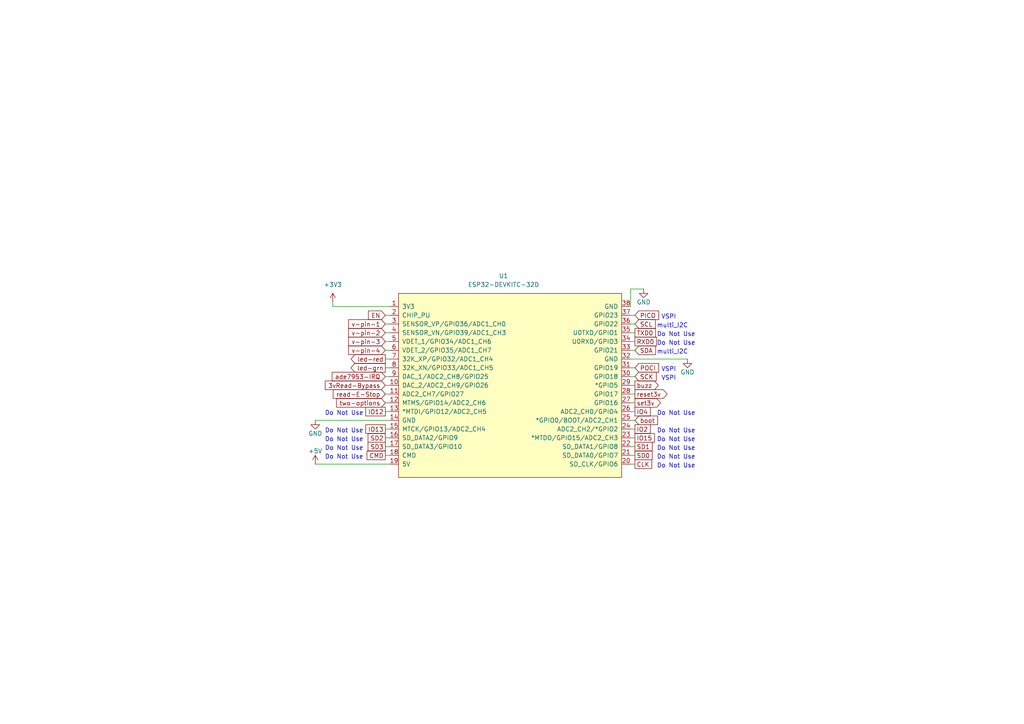
<source format=kicad_sch>
(kicad_sch (version 20211123) (generator eeschema)

  (uuid f1e686b3-9d9f-4da0-b070-eb70b995372e)

  (paper "A4")

  (lib_symbols
    (symbol "espressif:ESP32-DevKitC" (pin_names (offset 1.016)) (in_bom yes) (on_board yes)
      (property "Reference" "U1" (id 0) (at 0 30.48 0)
        (effects (font (size 1.27 1.27)))
      )
      (property "Value" "ESP32-DEVKITC-32D" (id 1) (at 0 27.94 0)
        (effects (font (size 1.27 1.27)))
      )
      (property "Footprint" "Espressif:ESP32-DevKitC" (id 2) (at 0 -31.75 0)
        (effects (font (size 1.27 1.27)) hide)
      )
      (property "Datasheet" "https://docs.espressif.com/projects/esp-idf/zh_CN/latest/esp32/hw-reference/esp32/get-started-devkitc.html" (id 3) (at 0 -34.29 0)
        (effects (font (size 1.27 1.27)) hide)
      )
      (property "PARTREV" "4" (id 4) (at 0 0 0)
        (effects (font (size 1.27 1.27)) (justify left bottom) hide)
      )
      (property "MANUFACTURER" "Espressif Systems" (id 5) (at 0 0 0)
        (effects (font (size 1.27 1.27)) (justify left bottom) hide)
      )
      (property "ki_keywords" "ESP32" (id 6) (at 0 0 0)
        (effects (font (size 1.27 1.27)) hide)
      )
      (property "ki_description" "Development Kit" (id 7) (at 0 0 0)
        (effects (font (size 1.27 1.27)) hide)
      )
      (symbol "ESP32-DevKitC_0_0"
        (pin power_in line (at -33.02 -11.43 0) (length 2.54)
          (name "GND" (effects (font (size 1.27 1.27))))
          (number "14" (effects (font (size 1.27 1.27))))
        )
        (pin power_in line (at -33.02 -24.13 0) (length 2.54)
          (name "5V" (effects (font (size 1.27 1.27))))
          (number "19" (effects (font (size 1.27 1.27))))
        )
      )
      (symbol "ESP32-DevKitC_0_1"
        (rectangle (start -30.48 25.4) (end 34.29 -27.94)
          (stroke (width 0) (type default) (color 0 0 0 0))
          (fill (type background))
        )
      )
      (symbol "ESP32-DevKitC_1_1"
        (pin power_in line (at -33.02 21.59 0) (length 2.54)
          (name "3V3" (effects (font (size 1.27 1.27))))
          (number "1" (effects (font (size 1.27 1.27))))
        )
        (pin bidirectional line (at -33.02 -1.27 0) (length 2.54)
          (name "DAC_2/ADC2_CH9/GPIO26" (effects (font (size 1.27 1.27))))
          (number "10" (effects (font (size 1.27 1.27))))
        )
        (pin bidirectional line (at -33.02 -3.81 0) (length 2.54)
          (name "ADC2_CH7/GPIO27" (effects (font (size 1.27 1.27))))
          (number "11" (effects (font (size 1.27 1.27))))
        )
        (pin bidirectional line (at -33.02 -6.35 0) (length 2.54)
          (name "MTMS/GPIO14/ADC2_CH6" (effects (font (size 1.27 1.27))))
          (number "12" (effects (font (size 1.27 1.27))))
        )
        (pin bidirectional line (at -33.02 -8.89 0) (length 2.54)
          (name "*MTDI/GPIO12/ADC2_CH5" (effects (font (size 1.27 1.27))))
          (number "13" (effects (font (size 1.27 1.27))))
        )
        (pin bidirectional line (at -33.02 -13.97 0) (length 2.54)
          (name "MTCK/GPIO13/ADC2_CH4" (effects (font (size 1.27 1.27))))
          (number "15" (effects (font (size 1.27 1.27))))
        )
        (pin bidirectional line (at -33.02 -16.51 0) (length 2.54)
          (name "SD_DATA2/GPIO9" (effects (font (size 1.27 1.27))))
          (number "16" (effects (font (size 1.27 1.27))))
        )
        (pin bidirectional line (at -33.02 -19.05 0) (length 2.54)
          (name "SD_DATA3/GPIO10" (effects (font (size 1.27 1.27))))
          (number "17" (effects (font (size 1.27 1.27))))
        )
        (pin bidirectional line (at -33.02 -21.59 0) (length 2.54)
          (name "CMD" (effects (font (size 1.27 1.27))))
          (number "18" (effects (font (size 1.27 1.27))))
        )
        (pin input line (at -33.02 19.05 0) (length 2.54)
          (name "CHIP_PU" (effects (font (size 1.27 1.27))))
          (number "2" (effects (font (size 1.27 1.27))))
        )
        (pin bidirectional line (at 36.83 -24.13 180) (length 2.54)
          (name "SD_CLK/GPIO6" (effects (font (size 1.27 1.27))))
          (number "20" (effects (font (size 1.27 1.27))))
        )
        (pin bidirectional line (at 36.83 -21.59 180) (length 2.54)
          (name "SD_DATA0/GPIO7" (effects (font (size 1.27 1.27))))
          (number "21" (effects (font (size 1.27 1.27))))
        )
        (pin bidirectional line (at 36.83 -19.05 180) (length 2.54)
          (name "SD_DATA1/GPIO8" (effects (font (size 1.27 1.27))))
          (number "22" (effects (font (size 1.27 1.27))))
        )
        (pin bidirectional line (at 36.83 -16.51 180) (length 2.54)
          (name "*MTDO/GPIO15/ADC2_CH3" (effects (font (size 1.27 1.27))))
          (number "23" (effects (font (size 1.27 1.27))))
        )
        (pin bidirectional line (at 36.83 -13.97 180) (length 2.54)
          (name "ADC2_CH2/*GPIO2" (effects (font (size 1.27 1.27))))
          (number "24" (effects (font (size 1.27 1.27))))
        )
        (pin bidirectional line (at 36.83 -11.43 180) (length 2.54)
          (name "*GPIO0/BOOT/ADC2_CH1" (effects (font (size 1.27 1.27))))
          (number "25" (effects (font (size 1.27 1.27))))
        )
        (pin bidirectional line (at 36.83 -8.89 180) (length 2.54)
          (name "ADC2_CH0/GPIO4" (effects (font (size 1.27 1.27))))
          (number "26" (effects (font (size 1.27 1.27))))
        )
        (pin bidirectional line (at 36.83 -6.35 180) (length 2.54)
          (name "GPIO16" (effects (font (size 1.27 1.27))))
          (number "27" (effects (font (size 1.27 1.27))))
        )
        (pin bidirectional line (at 36.83 -3.81 180) (length 2.54)
          (name "GPIO17" (effects (font (size 1.27 1.27))))
          (number "28" (effects (font (size 1.27 1.27))))
        )
        (pin bidirectional line (at 36.83 -1.27 180) (length 2.54)
          (name "*GPIO5" (effects (font (size 1.27 1.27))))
          (number "29" (effects (font (size 1.27 1.27))))
        )
        (pin input line (at -33.02 16.51 0) (length 2.54)
          (name "SENSOR_VP/GPIO36/ADC1_CH0" (effects (font (size 1.27 1.27))))
          (number "3" (effects (font (size 1.27 1.27))))
        )
        (pin bidirectional line (at 36.83 1.27 180) (length 2.54)
          (name "GPIO18" (effects (font (size 1.27 1.27))))
          (number "30" (effects (font (size 1.27 1.27))))
        )
        (pin bidirectional line (at 36.83 3.81 180) (length 2.54)
          (name "GPIO19" (effects (font (size 1.27 1.27))))
          (number "31" (effects (font (size 1.27 1.27))))
        )
        (pin power_in line (at 36.83 6.35 180) (length 2.54)
          (name "GND" (effects (font (size 1.27 1.27))))
          (number "32" (effects (font (size 1.27 1.27))))
        )
        (pin bidirectional line (at 36.83 8.89 180) (length 2.54)
          (name "GPIO21" (effects (font (size 1.27 1.27))))
          (number "33" (effects (font (size 1.27 1.27))))
        )
        (pin bidirectional line (at 36.83 11.43 180) (length 2.54)
          (name "U0RXD/GPIO3" (effects (font (size 1.27 1.27))))
          (number "34" (effects (font (size 1.27 1.27))))
        )
        (pin bidirectional line (at 36.83 13.97 180) (length 2.54)
          (name "U0TXD/GPIO1" (effects (font (size 1.27 1.27))))
          (number "35" (effects (font (size 1.27 1.27))))
        )
        (pin bidirectional line (at 36.83 16.51 180) (length 2.54)
          (name "GPIO22" (effects (font (size 1.27 1.27))))
          (number "36" (effects (font (size 1.27 1.27))))
        )
        (pin bidirectional line (at 36.83 19.05 180) (length 2.54)
          (name "GPIO23" (effects (font (size 1.27 1.27))))
          (number "37" (effects (font (size 1.27 1.27))))
        )
        (pin power_in line (at 36.83 21.59 180) (length 2.54)
          (name "GND" (effects (font (size 1.27 1.27))))
          (number "38" (effects (font (size 1.27 1.27))))
        )
        (pin input line (at -33.02 13.97 0) (length 2.54)
          (name "SENSOR_VN/GPIO39/ADC1_CH3" (effects (font (size 1.27 1.27))))
          (number "4" (effects (font (size 1.27 1.27))))
        )
        (pin input line (at -33.02 11.43 0) (length 2.54)
          (name "VDET_1/GPIO34/ADC1_CH6" (effects (font (size 1.27 1.27))))
          (number "5" (effects (font (size 1.27 1.27))))
        )
        (pin input line (at -33.02 8.89 0) (length 2.54)
          (name "VDET_2/GPIO35/ADC1_CH7" (effects (font (size 1.27 1.27))))
          (number "6" (effects (font (size 1.27 1.27))))
        )
        (pin bidirectional line (at -33.02 6.35 0) (length 2.54)
          (name "32K_XP/GPIO32/ADC1_CH4" (effects (font (size 1.27 1.27))))
          (number "7" (effects (font (size 1.27 1.27))))
        )
        (pin bidirectional line (at -33.02 3.81 0) (length 2.54)
          (name "32K_XN/GPIO33/ADC1_CH5" (effects (font (size 1.27 1.27))))
          (number "8" (effects (font (size 1.27 1.27))))
        )
        (pin bidirectional line (at -33.02 1.27 0) (length 2.54)
          (name "DAC_1/ADC2_CH8/GPIO25" (effects (font (size 1.27 1.27))))
          (number "9" (effects (font (size 1.27 1.27))))
        )
      )
    )
    (symbol "power:+3V3" (power) (pin_names (offset 0)) (in_bom yes) (on_board yes)
      (property "Reference" "#PWR" (id 0) (at 0 -3.81 0)
        (effects (font (size 1.27 1.27)) hide)
      )
      (property "Value" "+3V3" (id 1) (at 0 3.556 0)
        (effects (font (size 1.27 1.27)))
      )
      (property "Footprint" "" (id 2) (at 0 0 0)
        (effects (font (size 1.27 1.27)) hide)
      )
      (property "Datasheet" "" (id 3) (at 0 0 0)
        (effects (font (size 1.27 1.27)) hide)
      )
      (property "ki_keywords" "power-flag" (id 4) (at 0 0 0)
        (effects (font (size 1.27 1.27)) hide)
      )
      (property "ki_description" "Power symbol creates a global label with name \"+3V3\"" (id 5) (at 0 0 0)
        (effects (font (size 1.27 1.27)) hide)
      )
      (symbol "+3V3_0_1"
        (polyline
          (pts
            (xy -0.762 1.27)
            (xy 0 2.54)
          )
          (stroke (width 0) (type default) (color 0 0 0 0))
          (fill (type none))
        )
        (polyline
          (pts
            (xy 0 0)
            (xy 0 2.54)
          )
          (stroke (width 0) (type default) (color 0 0 0 0))
          (fill (type none))
        )
        (polyline
          (pts
            (xy 0 2.54)
            (xy 0.762 1.27)
          )
          (stroke (width 0) (type default) (color 0 0 0 0))
          (fill (type none))
        )
      )
      (symbol "+3V3_1_1"
        (pin power_in line (at 0 0 90) (length 0) hide
          (name "+3V3" (effects (font (size 1.27 1.27))))
          (number "1" (effects (font (size 1.27 1.27))))
        )
      )
    )
    (symbol "power:+5V" (power) (pin_names (offset 0)) (in_bom yes) (on_board yes)
      (property "Reference" "#PWR" (id 0) (at 0 -3.81 0)
        (effects (font (size 1.27 1.27)) hide)
      )
      (property "Value" "+5V" (id 1) (at 0 3.556 0)
        (effects (font (size 1.27 1.27)))
      )
      (property "Footprint" "" (id 2) (at 0 0 0)
        (effects (font (size 1.27 1.27)) hide)
      )
      (property "Datasheet" "" (id 3) (at 0 0 0)
        (effects (font (size 1.27 1.27)) hide)
      )
      (property "ki_keywords" "power-flag" (id 4) (at 0 0 0)
        (effects (font (size 1.27 1.27)) hide)
      )
      (property "ki_description" "Power symbol creates a global label with name \"+5V\"" (id 5) (at 0 0 0)
        (effects (font (size 1.27 1.27)) hide)
      )
      (symbol "+5V_0_1"
        (polyline
          (pts
            (xy -0.762 1.27)
            (xy 0 2.54)
          )
          (stroke (width 0) (type default) (color 0 0 0 0))
          (fill (type none))
        )
        (polyline
          (pts
            (xy 0 0)
            (xy 0 2.54)
          )
          (stroke (width 0) (type default) (color 0 0 0 0))
          (fill (type none))
        )
        (polyline
          (pts
            (xy 0 2.54)
            (xy 0.762 1.27)
          )
          (stroke (width 0) (type default) (color 0 0 0 0))
          (fill (type none))
        )
      )
      (symbol "+5V_1_1"
        (pin power_in line (at 0 0 90) (length 0) hide
          (name "+5V" (effects (font (size 1.27 1.27))))
          (number "1" (effects (font (size 1.27 1.27))))
        )
      )
    )
    (symbol "power:GND" (power) (pin_names (offset 0)) (in_bom yes) (on_board yes)
      (property "Reference" "#PWR" (id 0) (at 0 -6.35 0)
        (effects (font (size 1.27 1.27)) hide)
      )
      (property "Value" "GND" (id 1) (at 0 -3.81 0)
        (effects (font (size 1.27 1.27)))
      )
      (property "Footprint" "" (id 2) (at 0 0 0)
        (effects (font (size 1.27 1.27)) hide)
      )
      (property "Datasheet" "" (id 3) (at 0 0 0)
        (effects (font (size 1.27 1.27)) hide)
      )
      (property "ki_keywords" "power-flag" (id 4) (at 0 0 0)
        (effects (font (size 1.27 1.27)) hide)
      )
      (property "ki_description" "Power symbol creates a global label with name \"GND\" , ground" (id 5) (at 0 0 0)
        (effects (font (size 1.27 1.27)) hide)
      )
      (symbol "GND_0_1"
        (polyline
          (pts
            (xy 0 0)
            (xy 0 -1.27)
            (xy 1.27 -1.27)
            (xy 0 -2.54)
            (xy -1.27 -1.27)
            (xy 0 -1.27)
          )
          (stroke (width 0) (type default) (color 0 0 0 0))
          (fill (type none))
        )
      )
      (symbol "GND_1_1"
        (pin power_in line (at 0 0 270) (length 0) hide
          (name "GND" (effects (font (size 1.27 1.27))))
          (number "1" (effects (font (size 1.27 1.27))))
        )
      )
    )
  )


  (wire (pts (xy 96.52 88.9) (xy 96.52 87.63))
    (stroke (width 0) (type default) (color 0 0 0 0))
    (uuid 07c3d773-a0ad-4190-a438-919ca9ddfb5d)
  )
  (wire (pts (xy 111.76 93.98) (xy 113.03 93.98))
    (stroke (width 0) (type default) (color 0 0 0 0))
    (uuid 0bbc5ce1-cc33-49e5-b961-f35f36b24fdb)
  )
  (wire (pts (xy 111.76 119.38) (xy 113.03 119.38))
    (stroke (width 0) (type default) (color 0 0 0 0))
    (uuid 0f1bcbc6-d8b8-441d-89ff-9869efaea6a8)
  )
  (wire (pts (xy 111.76 109.22) (xy 113.03 109.22))
    (stroke (width 0) (type default) (color 0 0 0 0))
    (uuid 1429d0e1-4fbf-43a5-b302-fdda8ca06ac6)
  )
  (wire (pts (xy 182.88 114.3) (xy 184.15 114.3))
    (stroke (width 0) (type default) (color 0 0 0 0))
    (uuid 15b51aeb-1de3-4c09-b2b5-53dd0c6cbe74)
  )
  (wire (pts (xy 182.88 111.76) (xy 184.15 111.76))
    (stroke (width 0) (type default) (color 0 0 0 0))
    (uuid 195c06c8-25d7-4d59-b66d-3f62a619e1a0)
  )
  (wire (pts (xy 182.88 121.92) (xy 184.15 121.92))
    (stroke (width 0) (type default) (color 0 0 0 0))
    (uuid 220a9bc7-558e-45f2-b968-5d16de6f8b2f)
  )
  (wire (pts (xy 182.88 127) (xy 184.15 127))
    (stroke (width 0) (type default) (color 0 0 0 0))
    (uuid 2a330601-d45b-4b40-a3e1-a77c1650d262)
  )
  (wire (pts (xy 111.76 96.52) (xy 113.03 96.52))
    (stroke (width 0) (type default) (color 0 0 0 0))
    (uuid 2c77136f-2ea5-4bf2-b926-a6eb38b2962d)
  )
  (wire (pts (xy 182.88 101.6) (xy 184.15 101.6))
    (stroke (width 0) (type default) (color 0 0 0 0))
    (uuid 336b0c69-073f-488d-825e-0a4b3c118090)
  )
  (wire (pts (xy 182.88 93.98) (xy 184.15 93.98))
    (stroke (width 0) (type default) (color 0 0 0 0))
    (uuid 38fff87f-8ba4-48c0-89c7-077e95a41fdb)
  )
  (wire (pts (xy 111.76 129.54) (xy 113.03 129.54))
    (stroke (width 0) (type default) (color 0 0 0 0))
    (uuid 4d51566c-6d5a-484f-a768-3b5f3e82088b)
  )
  (wire (pts (xy 111.76 132.08) (xy 113.03 132.08))
    (stroke (width 0) (type default) (color 0 0 0 0))
    (uuid 54e35cf6-00f1-49fc-9c77-e1293530b4a9)
  )
  (wire (pts (xy 111.76 101.6) (xy 113.03 101.6))
    (stroke (width 0) (type default) (color 0 0 0 0))
    (uuid 6f4fedb7-6445-4c00-a79f-e45672549891)
  )
  (wire (pts (xy 186.69 83.82) (xy 182.88 83.82))
    (stroke (width 0) (type default) (color 0 0 0 0))
    (uuid 7b79b4f9-960d-4132-be86-91c26829c8e4)
  )
  (wire (pts (xy 182.88 106.68) (xy 184.15 106.68))
    (stroke (width 0) (type default) (color 0 0 0 0))
    (uuid 88fd8928-2209-4c73-9ca3-5f503b721afe)
  )
  (wire (pts (xy 182.88 124.46) (xy 184.15 124.46))
    (stroke (width 0) (type default) (color 0 0 0 0))
    (uuid 8bab97eb-b2cf-4049-8f4b-84b82b094e49)
  )
  (wire (pts (xy 111.76 127) (xy 113.03 127))
    (stroke (width 0) (type default) (color 0 0 0 0))
    (uuid 8e206de6-2715-4b82-a5a2-20971534424b)
  )
  (wire (pts (xy 182.88 119.38) (xy 184.15 119.38))
    (stroke (width 0) (type default) (color 0 0 0 0))
    (uuid 991f459a-246c-4242-8fba-7147be3b352b)
  )
  (wire (pts (xy 111.76 114.3) (xy 113.03 114.3))
    (stroke (width 0) (type default) (color 0 0 0 0))
    (uuid a564a0d0-7e63-406f-9a7e-357d03060872)
  )
  (wire (pts (xy 182.88 116.84) (xy 184.15 116.84))
    (stroke (width 0) (type default) (color 0 0 0 0))
    (uuid ad8f3912-36dc-4ee4-811d-1159cc1777a9)
  )
  (wire (pts (xy 91.44 121.92) (xy 113.03 121.92))
    (stroke (width 0) (type default) (color 0 0 0 0))
    (uuid b46937d8-4a7a-4918-8988-9de198236f2d)
  )
  (wire (pts (xy 111.76 111.76) (xy 113.03 111.76))
    (stroke (width 0) (type default) (color 0 0 0 0))
    (uuid b57d9d58-fb79-457d-a169-28dc0150185a)
  )
  (wire (pts (xy 111.76 106.68) (xy 113.03 106.68))
    (stroke (width 0) (type default) (color 0 0 0 0))
    (uuid ba6863ff-5e69-45a5-8e39-669070ee5fa4)
  )
  (wire (pts (xy 182.88 91.44) (xy 184.15 91.44))
    (stroke (width 0) (type default) (color 0 0 0 0))
    (uuid bb9bdcba-72e0-4437-a02d-3be715e07704)
  )
  (wire (pts (xy 111.76 91.44) (xy 113.03 91.44))
    (stroke (width 0) (type default) (color 0 0 0 0))
    (uuid be33201b-be71-441c-b173-5a2dc4bd3f2c)
  )
  (wire (pts (xy 182.88 134.62) (xy 184.15 134.62))
    (stroke (width 0) (type default) (color 0 0 0 0))
    (uuid bf64c3b8-09b9-4dd7-a1c4-eecdf5cd7d93)
  )
  (wire (pts (xy 182.88 104.14) (xy 199.39 104.14))
    (stroke (width 0) (type default) (color 0 0 0 0))
    (uuid c0a71b79-6b1d-4900-9784-2dcb8074c25c)
  )
  (wire (pts (xy 182.88 109.22) (xy 184.15 109.22))
    (stroke (width 0) (type default) (color 0 0 0 0))
    (uuid c25cd147-4f5a-4fd8-a57b-de67967bfbae)
  )
  (wire (pts (xy 96.52 88.9) (xy 113.03 88.9))
    (stroke (width 0) (type default) (color 0 0 0 0))
    (uuid c38b4e9b-5be9-4e71-9ada-ff2a4065e24c)
  )
  (wire (pts (xy 111.76 104.14) (xy 113.03 104.14))
    (stroke (width 0) (type default) (color 0 0 0 0))
    (uuid c52ff67f-e0a2-4993-807a-41ae5eede15a)
  )
  (wire (pts (xy 182.88 99.06) (xy 184.15 99.06))
    (stroke (width 0) (type default) (color 0 0 0 0))
    (uuid d2699a42-4d1e-4605-b247-a22420755438)
  )
  (wire (pts (xy 91.44 134.62) (xy 113.03 134.62))
    (stroke (width 0) (type default) (color 0 0 0 0))
    (uuid d7a15224-f1a1-45fe-86b7-dfbcbe11ebfd)
  )
  (wire (pts (xy 182.88 83.82) (xy 182.88 88.9))
    (stroke (width 0) (type default) (color 0 0 0 0))
    (uuid e6a1fe2a-9fe0-4839-9d6d-966af0d973d8)
  )
  (wire (pts (xy 111.76 124.46) (xy 113.03 124.46))
    (stroke (width 0) (type default) (color 0 0 0 0))
    (uuid e937dc48-7800-4136-b14c-7cd17f894ed3)
  )
  (wire (pts (xy 182.88 96.52) (xy 184.15 96.52))
    (stroke (width 0) (type default) (color 0 0 0 0))
    (uuid e9a7e9da-5ea9-4f4c-a679-f9201a231e5d)
  )
  (wire (pts (xy 111.76 99.06) (xy 113.03 99.06))
    (stroke (width 0) (type default) (color 0 0 0 0))
    (uuid ee4c78d4-716b-4ad9-b925-7c700082e823)
  )
  (wire (pts (xy 182.88 129.54) (xy 184.15 129.54))
    (stroke (width 0) (type default) (color 0 0 0 0))
    (uuid efeb45cb-5651-466f-af30-f3133d817bcb)
  )
  (wire (pts (xy 182.88 132.08) (xy 184.15 132.08))
    (stroke (width 0) (type default) (color 0 0 0 0))
    (uuid f0cac727-7e88-4fa5-b57f-0f50d465794d)
  )
  (wire (pts (xy 111.76 116.84) (xy 113.03 116.84))
    (stroke (width 0) (type default) (color 0 0 0 0))
    (uuid f5196d8b-ea6c-4559-b46e-d490aaeff2ab)
  )

  (text "Do Not Use" (at 190.5 100.33 0)
    (effects (font (size 1.27 1.27)) (justify left bottom))
    (uuid 1f173596-3c1b-4cd5-b915-562da22d7f29)
  )
  (text "Do Not Use" (at 105.41 128.27 180)
    (effects (font (size 1.27 1.27)) (justify right bottom))
    (uuid 51929d63-07d7-440b-b51b-1c4b1ac66bd7)
  )
  (text "Do Not Use" (at 190.5 120.65 0)
    (effects (font (size 1.27 1.27)) (justify left bottom))
    (uuid 5a331b16-5a7d-4265-a891-7ce3816616ef)
  )
  (text "Do Not Use" (at 190.5 125.73 0)
    (effects (font (size 1.27 1.27)) (justify left bottom))
    (uuid 5efced1e-bbd5-4f6f-a3cf-9a207c644e5e)
  )
  (text "VSPI" (at 191.77 107.95 0)
    (effects (font (size 1.27 1.27)) (justify left bottom))
    (uuid 651c094b-f9e9-4cc0-ae6f-75a381fe74d5)
  )
  (text "Do Not Use" (at 105.41 130.81 180)
    (effects (font (size 1.27 1.27)) (justify right bottom))
    (uuid 7650184f-4720-4e51-b6f7-3ece489c818c)
  )
  (text "Do Not Use" (at 190.5 128.27 0)
    (effects (font (size 1.27 1.27)) (justify left bottom))
    (uuid 8403df8a-c5dd-4ad4-9834-234fcdd95a27)
  )
  (text "multi_I2C\n" (at 190.5 95.25 0)
    (effects (font (size 1.27 1.27)) (justify left bottom))
    (uuid 9983f560-d650-46cc-84a9-a0667fb67e1d)
  )
  (text "Do Not Use" (at 190.5 133.35 0)
    (effects (font (size 1.27 1.27)) (justify left bottom))
    (uuid 9ae5af24-37be-4b6a-acec-6b78cf40d3c7)
  )
  (text "Do Not Use" (at 105.41 120.65 180)
    (effects (font (size 1.27 1.27)) (justify right bottom))
    (uuid 9d1f58fd-d921-4071-a1f4-15f6f23836c7)
  )
  (text "VSPI" (at 191.77 110.49 0)
    (effects (font (size 1.27 1.27)) (justify left bottom))
    (uuid a6febc67-dae5-4298-b3c3-b7d98bd10c35)
  )
  (text "Do Not Use" (at 105.41 133.35 180)
    (effects (font (size 1.27 1.27)) (justify right bottom))
    (uuid b2349af8-1013-48e9-84f5-b83dba5e8f71)
  )
  (text "Do Not Use" (at 190.5 135.89 0)
    (effects (font (size 1.27 1.27)) (justify left bottom))
    (uuid b4be9ba2-4461-46ab-9f96-e7a837eb4f28)
  )
  (text "Do Not Use" (at 190.5 97.79 0)
    (effects (font (size 1.27 1.27)) (justify left bottom))
    (uuid c190221b-9a82-40e7-89cc-8bce134ade11)
  )
  (text "VSPI" (at 191.77 92.71 0)
    (effects (font (size 1.27 1.27)) (justify left bottom))
    (uuid e168a907-86ca-43d8-a672-b09e6bb1289c)
  )
  (text "Do Not Use" (at 190.5 130.81 0)
    (effects (font (size 1.27 1.27)) (justify left bottom))
    (uuid e5692d5d-a48c-48fd-bcaa-99c0d85daeb5)
  )
  (text "multi_I2C\n" (at 190.5 102.87 0)
    (effects (font (size 1.27 1.27)) (justify left bottom))
    (uuid f47f309c-fba0-4b5c-ac7f-8ac04604e6f2)
  )
  (text "Do Not Use" (at 105.41 125.73 180)
    (effects (font (size 1.27 1.27)) (justify right bottom))
    (uuid fa31a3c7-47dc-47fe-82bc-a5927d871329)
  )

  (global_label "v-pin-3" (shape input) (at 111.76 99.06 180) (fields_autoplaced)
    (effects (font (size 1.27 1.27)) (justify right))
    (uuid 0aee1e30-3fd4-42bd-b5ec-d425947df7ca)
    (property "Intersheet References" "${INTERSHEET_REFS}" (id 0) (at 101.1221 98.9806 0)
      (effects (font (size 1.27 1.27)) (justify right) hide)
    )
  )
  (global_label "POCI" (shape input) (at 184.15 106.68 0) (fields_autoplaced)
    (effects (font (size 1.27 1.27)) (justify left))
    (uuid 15dd5a4f-daef-439f-94c4-9ebff944de62)
    (property "Intersheet References" "${INTERSHEET_REFS}" (id 0) (at 191.0383 106.6006 0)
      (effects (font (size 1.27 1.27)) (justify left) hide)
    )
  )
  (global_label "SCK" (shape input) (at 184.15 109.22 0) (fields_autoplaced)
    (effects (font (size 1.27 1.27)) (justify left))
    (uuid 15e2cfc6-c59b-4996-8a4e-eb7437a26659)
    (property "Intersheet References" "${INTERSHEET_REFS}" (id 0) (at 190.3126 109.1406 0)
      (effects (font (size 1.27 1.27)) (justify left) hide)
    )
  )
  (global_label "set3v" (shape output) (at 184.15 116.84 0) (fields_autoplaced)
    (effects (font (size 1.27 1.27)) (justify left))
    (uuid 167bd47f-e0c6-41cc-919d-cd805fc8edbf)
    (property "Intersheet References" "${INTERSHEET_REFS}" (id 0) (at 191.5826 116.7606 0)
      (effects (font (size 1.27 1.27)) (justify left) hide)
    )
  )
  (global_label "IO12" (shape passive) (at 111.76 119.38 180) (fields_autoplaced)
    (effects (font (size 1.27 1.27)) (justify right))
    (uuid 1c248053-259e-4dc9-9679-ac22a77e2cb4)
    (property "Intersheet References" "${INTERSHEET_REFS}" (id 0) (at 104.9926 119.3006 0)
      (effects (font (size 1.27 1.27)) (justify right) hide)
    )
  )
  (global_label "SDA" (shape input) (at 184.15 101.6 0) (fields_autoplaced)
    (effects (font (size 1.27 1.27)) (justify left))
    (uuid 32e0b19a-e939-40b9-bf42-991994e0cb54)
    (property "Intersheet References" "${INTERSHEET_REFS}" (id 0) (at 190.1312 101.5206 0)
      (effects (font (size 1.27 1.27)) (justify left) hide)
    )
  )
  (global_label "IO4" (shape passive) (at 184.15 119.38 0) (fields_autoplaced)
    (effects (font (size 1.27 1.27)) (justify left))
    (uuid 4225a08f-9e04-424a-9086-20b89989ca4c)
    (property "Intersheet References" "${INTERSHEET_REFS}" (id 0) (at 189.7079 119.3006 0)
      (effects (font (size 1.27 1.27)) (justify left) hide)
    )
  )
  (global_label "read-E-Stop" (shape input) (at 111.76 114.3 180) (fields_autoplaced)
    (effects (font (size 1.27 1.27)) (justify right))
    (uuid 51bc9692-70bc-40cd-b206-c85a0fda7129)
    (property "Intersheet References" "${INTERSHEET_REFS}" (id 0) (at 96.6469 114.2206 0)
      (effects (font (size 1.27 1.27)) (justify right) hide)
    )
  )
  (global_label "SD3" (shape passive) (at 111.76 129.54 180) (fields_autoplaced)
    (effects (font (size 1.27 1.27)) (justify right))
    (uuid 5322c3ca-f488-483a-a45c-6f7d753a1c04)
    (property "Intersheet References" "${INTERSHEET_REFS}" (id 0) (at 105.6579 129.4606 0)
      (effects (font (size 1.27 1.27)) (justify right) hide)
    )
  )
  (global_label "boot" (shape input) (at 184.15 121.92 0) (fields_autoplaced)
    (effects (font (size 1.27 1.27)) (justify left))
    (uuid 550dd988-2ec2-4d95-a446-02e88463f0ed)
    (property "Intersheet References" "${INTERSHEET_REFS}" (id 0) (at 190.736 121.8406 0)
      (effects (font (size 1.27 1.27)) (justify left) hide)
    )
  )
  (global_label "v-pin-2" (shape input) (at 111.76 96.52 180) (fields_autoplaced)
    (effects (font (size 1.27 1.27)) (justify right))
    (uuid 5641381f-e515-412f-87d3-00266f934756)
    (property "Intersheet References" "${INTERSHEET_REFS}" (id 0) (at 101.1221 96.4406 0)
      (effects (font (size 1.27 1.27)) (justify right) hide)
    )
  )
  (global_label "PICO" (shape input) (at 184.15 91.44 0) (fields_autoplaced)
    (effects (font (size 1.27 1.27)) (justify left))
    (uuid 6177d548-a051-4cf9-aacf-0d49f0428c62)
    (property "Intersheet References" "${INTERSHEET_REFS}" (id 0) (at 191.0383 91.3606 0)
      (effects (font (size 1.27 1.27)) (justify left) hide)
    )
  )
  (global_label "RXD0" (shape passive) (at 184.15 99.06 0) (fields_autoplaced)
    (effects (font (size 1.27 1.27)) (justify left))
    (uuid 61990d00-bda1-4742-b411-53141b0b1ecf)
    (property "Intersheet References" "${INTERSHEET_REFS}" (id 0) (at 191.5221 98.9806 0)
      (effects (font (size 1.27 1.27)) (justify left) hide)
    )
  )
  (global_label "two-options" (shape input) (at 111.76 116.84 180) (fields_autoplaced)
    (effects (font (size 1.27 1.27)) (justify right))
    (uuid 636eae9c-f13d-41c2-a06c-b74a8055c129)
    (property "Intersheet References" "${INTERSHEET_REFS}" (id 0) (at 97.6145 116.7606 0)
      (effects (font (size 1.27 1.27)) (justify right) hide)
    )
  )
  (global_label "CMD" (shape passive) (at 111.76 132.08 180) (fields_autoplaced)
    (effects (font (size 1.27 1.27)) (justify right))
    (uuid 6585e3b3-cd25-48ba-ab18-34eb289e8e9e)
    (property "Intersheet References" "${INTERSHEET_REFS}" (id 0) (at 105.3555 132.0006 0)
      (effects (font (size 1.27 1.27)) (justify right) hide)
    )
  )
  (global_label "reset3v" (shape output) (at 184.15 114.3 0) (fields_autoplaced)
    (effects (font (size 1.27 1.27)) (justify left))
    (uuid 67fd0506-41a6-4156-81ab-2afb99220759)
    (property "Intersheet References" "${INTERSHEET_REFS}" (id 0) (at 193.4574 114.3794 0)
      (effects (font (size 1.27 1.27)) (justify left) hide)
    )
  )
  (global_label "v-pin-4" (shape input) (at 111.76 101.6 180) (fields_autoplaced)
    (effects (font (size 1.27 1.27)) (justify right))
    (uuid 7dc1bb0d-34e3-4a26-b7c0-4196954741e0)
    (property "Intersheet References" "${INTERSHEET_REFS}" (id 0) (at 101.1221 101.5206 0)
      (effects (font (size 1.27 1.27)) (justify right) hide)
    )
  )
  (global_label "EN" (shape input) (at 111.76 91.44 180) (fields_autoplaced)
    (effects (font (size 1.27 1.27)) (justify right))
    (uuid 87b9cf62-a6e7-4c40-a56d-79141d509182)
    (property "Intersheet References" "${INTERSHEET_REFS}" (id 0) (at 106.8674 91.3606 0)
      (effects (font (size 1.27 1.27)) (justify right) hide)
    )
  )
  (global_label "IO13" (shape passive) (at 111.76 124.46 180) (fields_autoplaced)
    (effects (font (size 1.27 1.27)) (justify right))
    (uuid 8abfe92c-b85f-4bf0-857f-23d172a69dd5)
    (property "Intersheet References" "${INTERSHEET_REFS}" (id 0) (at 104.9926 124.3806 0)
      (effects (font (size 1.27 1.27)) (justify right) hide)
    )
  )
  (global_label "SD0" (shape passive) (at 184.15 132.08 0) (fields_autoplaced)
    (effects (font (size 1.27 1.27)) (justify left))
    (uuid 9dc2f7dd-7155-410b-8f07-eab88d9cdae6)
    (property "Intersheet References" "${INTERSHEET_REFS}" (id 0) (at 190.2521 132.0006 0)
      (effects (font (size 1.27 1.27)) (justify left) hide)
    )
  )
  (global_label "SD1" (shape passive) (at 184.15 129.54 0) (fields_autoplaced)
    (effects (font (size 1.27 1.27)) (justify left))
    (uuid a05a5746-2389-4846-89dc-641a77b781fe)
    (property "Intersheet References" "${INTERSHEET_REFS}" (id 0) (at 190.2521 129.4606 0)
      (effects (font (size 1.27 1.27)) (justify left) hide)
    )
  )
  (global_label "v-pin-1" (shape input) (at 111.76 93.98 180) (fields_autoplaced)
    (effects (font (size 1.27 1.27)) (justify right))
    (uuid aa50fa4e-2c05-4a25-b8f2-fcb8c7928b8b)
    (property "Intersheet References" "${INTERSHEET_REFS}" (id 0) (at 101.1221 93.9006 0)
      (effects (font (size 1.27 1.27)) (justify right) hide)
    )
  )
  (global_label "CLK" (shape passive) (at 184.15 134.62 0) (fields_autoplaced)
    (effects (font (size 1.27 1.27)) (justify left))
    (uuid ac0572fb-83ff-4e97-98ad-e6458edb3bf3)
    (property "Intersheet References" "${INTERSHEET_REFS}" (id 0) (at 190.1312 134.5406 0)
      (effects (font (size 1.27 1.27)) (justify left) hide)
    )
  )
  (global_label "IO15" (shape passive) (at 184.15 127 0) (fields_autoplaced)
    (effects (font (size 1.27 1.27)) (justify left))
    (uuid ac680c5a-cb4f-44cb-9839-8785f52fab0b)
    (property "Intersheet References" "${INTERSHEET_REFS}" (id 0) (at 190.9174 126.9206 0)
      (effects (font (size 1.27 1.27)) (justify left) hide)
    )
  )
  (global_label "led-grn" (shape output) (at 111.76 106.68 180) (fields_autoplaced)
    (effects (font (size 1.27 1.27)) (justify right))
    (uuid b1217517-d353-4cde-9862-5f8fb65a33ac)
    (property "Intersheet References" "${INTERSHEET_REFS}" (id 0) (at 101.7874 106.6006 0)
      (effects (font (size 1.27 1.27)) (justify right) hide)
    )
  )
  (global_label "led-red" (shape output) (at 111.76 104.14 180) (fields_autoplaced)
    (effects (font (size 1.27 1.27)) (justify right))
    (uuid bad0edef-ea15-487e-8e5b-749b0448f31c)
    (property "Intersheet References" "${INTERSHEET_REFS}" (id 0) (at 101.8479 104.0606 0)
      (effects (font (size 1.27 1.27)) (justify right) hide)
    )
  )
  (global_label "IO2" (shape passive) (at 184.15 124.46 0) (fields_autoplaced)
    (effects (font (size 1.27 1.27)) (justify left))
    (uuid bde01b51-e434-4c7c-918d-c37e9fa4c0a4)
    (property "Intersheet References" "${INTERSHEET_REFS}" (id 0) (at 189.7079 124.3806 0)
      (effects (font (size 1.27 1.27)) (justify left) hide)
    )
  )
  (global_label "SCL" (shape input) (at 184.15 93.98 0) (fields_autoplaced)
    (effects (font (size 1.27 1.27)) (justify left))
    (uuid c05846c3-7c2f-4225-87c2-a3b47a7aa347)
    (property "Intersheet References" "${INTERSHEET_REFS}" (id 0) (at 190.0707 93.9006 0)
      (effects (font (size 1.27 1.27)) (justify left) hide)
    )
  )
  (global_label "TXD0" (shape passive) (at 184.15 96.52 0) (fields_autoplaced)
    (effects (font (size 1.27 1.27)) (justify left))
    (uuid c5f0d9df-cf83-47d1-bf61-cecb67c8903f)
    (property "Intersheet References" "${INTERSHEET_REFS}" (id 0) (at 191.2198 96.4406 0)
      (effects (font (size 1.27 1.27)) (justify left) hide)
    )
  )
  (global_label "3vRead-Bypass" (shape input) (at 111.76 111.76 180) (fields_autoplaced)
    (effects (font (size 1.27 1.27)) (justify right))
    (uuid d687848a-a551-4400-a166-df1b1ecf7cf9)
    (property "Intersheet References" "${INTERSHEET_REFS}" (id 0) (at 94.3488 111.6806 0)
      (effects (font (size 1.27 1.27)) (justify right) hide)
    )
  )
  (global_label "SD2" (shape passive) (at 111.76 127 180) (fields_autoplaced)
    (effects (font (size 1.27 1.27)) (justify right))
    (uuid e15fcf30-0a40-40c7-807d-65cba8e458a4)
    (property "Intersheet References" "${INTERSHEET_REFS}" (id 0) (at 105.6579 126.9206 0)
      (effects (font (size 1.27 1.27)) (justify right) hide)
    )
  )
  (global_label "buzz" (shape output) (at 184.15 111.76 0) (fields_autoplaced)
    (effects (font (size 1.27 1.27)) (justify left))
    (uuid e29679a1-1764-4938-98bf-625e09efdb9e)
    (property "Intersheet References" "${INTERSHEET_REFS}" (id 0) (at 190.9174 111.6806 0)
      (effects (font (size 1.27 1.27)) (justify left) hide)
    )
  )
  (global_label "ade7953-IRQ" (shape input) (at 111.76 109.22 180) (fields_autoplaced)
    (effects (font (size 1.27 1.27)) (justify right))
    (uuid e4ef5e33-5256-47c8-8763-296717194157)
    (property "Intersheet References" "${INTERSHEET_REFS}" (id 0) (at 96.3445 109.1406 0)
      (effects (font (size 1.27 1.27)) (justify right) hide)
    )
  )

  (symbol (lib_id "power:+5V") (at 91.44 134.62 0) (unit 1)
    (in_bom yes) (on_board yes)
    (uuid 310c3aa5-be67-4cca-8f08-d85750c2152d)
    (property "Reference" "#PWR0104" (id 0) (at 91.44 138.43 0)
      (effects (font (size 1.27 1.27)) hide)
    )
    (property "Value" "+5V" (id 1) (at 91.44 130.81 0))
    (property "Footprint" "" (id 2) (at 91.44 134.62 0)
      (effects (font (size 1.27 1.27)) hide)
    )
    (property "Datasheet" "" (id 3) (at 91.44 134.62 0)
      (effects (font (size 1.27 1.27)) hide)
    )
    (pin "1" (uuid 38ac8033-4e42-466c-b54f-ed05fa380980))
  )

  (symbol (lib_id "power:GND") (at 199.39 104.14 0) (unit 1)
    (in_bom yes) (on_board yes)
    (uuid 5a9894a5-5e5b-466c-91b1-e9db9fc4a024)
    (property "Reference" "#PWR0102" (id 0) (at 199.39 110.49 0)
      (effects (font (size 1.27 1.27)) hide)
    )
    (property "Value" "GND" (id 1) (at 199.39 107.95 0))
    (property "Footprint" "" (id 2) (at 199.39 104.14 0)
      (effects (font (size 1.27 1.27)) hide)
    )
    (property "Datasheet" "" (id 3) (at 199.39 104.14 0)
      (effects (font (size 1.27 1.27)) hide)
    )
    (pin "1" (uuid 10f8390d-5cb7-4110-9d33-ab406cb96fa2))
  )

  (symbol (lib_id "power:GND") (at 186.69 83.82 0) (unit 1)
    (in_bom yes) (on_board yes)
    (uuid 8084d657-2998-4fab-870a-9b0f95f48f05)
    (property "Reference" "#PWR0101" (id 0) (at 186.69 90.17 0)
      (effects (font (size 1.27 1.27)) hide)
    )
    (property "Value" "GND" (id 1) (at 186.69 87.63 0))
    (property "Footprint" "" (id 2) (at 186.69 83.82 0)
      (effects (font (size 1.27 1.27)) hide)
    )
    (property "Datasheet" "" (id 3) (at 186.69 83.82 0)
      (effects (font (size 1.27 1.27)) hide)
    )
    (pin "1" (uuid dfec219c-c316-4a1f-bc52-a0240e91187b))
  )

  (symbol (lib_id "power:+3V3") (at 96.52 87.63 0) (unit 1)
    (in_bom yes) (on_board yes) (fields_autoplaced)
    (uuid 8ad9606b-3cb2-4055-a018-57f59d3b80bc)
    (property "Reference" "#PWR01" (id 0) (at 96.52 91.44 0)
      (effects (font (size 1.27 1.27)) hide)
    )
    (property "Value" "+3V3" (id 1) (at 96.52 82.55 0))
    (property "Footprint" "" (id 2) (at 96.52 87.63 0)
      (effects (font (size 1.27 1.27)) hide)
    )
    (property "Datasheet" "" (id 3) (at 96.52 87.63 0)
      (effects (font (size 1.27 1.27)) hide)
    )
    (pin "1" (uuid dfc3ec38-10c4-4bbb-85fa-1326fa6003bf))
  )

  (symbol (lib_id "power:GND") (at 91.44 121.92 0) (unit 1)
    (in_bom yes) (on_board yes)
    (uuid 905755d5-b78d-41f5-8fe1-518e0cf8a9d9)
    (property "Reference" "#PWR0105" (id 0) (at 91.44 128.27 0)
      (effects (font (size 1.27 1.27)) hide)
    )
    (property "Value" "GND" (id 1) (at 91.44 125.73 0))
    (property "Footprint" "" (id 2) (at 91.44 121.92 0)
      (effects (font (size 1.27 1.27)) hide)
    )
    (property "Datasheet" "" (id 3) (at 91.44 121.92 0)
      (effects (font (size 1.27 1.27)) hide)
    )
    (pin "1" (uuid 6f1a2788-77dc-429b-acb1-e9252edd7490))
  )

  (symbol (lib_id "espressif:ESP32-DevKitC") (at 146.05 110.49 0) (unit 1)
    (in_bom yes) (on_board yes) (fields_autoplaced)
    (uuid 992254db-91e9-4ccc-9225-54a2923b0ce1)
    (property "Reference" "U1" (id 0) (at 146.05 80.01 0))
    (property "Value" "ESP32-DEVKITC-32D" (id 1) (at 146.05 82.55 0))
    (property "Footprint" "Espressif:ESP32-DevKitC" (id 2) (at 146.05 142.24 0)
      (effects (font (size 1.27 1.27)) hide)
    )
    (property "Datasheet" "https://docs.espressif.com/projects/esp-idf/zh_CN/latest/esp32/hw-reference/esp32/get-started-devkitc.html" (id 3) (at 146.05 144.78 0)
      (effects (font (size 1.27 1.27)) hide)
    )
    (property "PARTREV" "4" (id 4) (at 146.05 110.49 0)
      (effects (font (size 1.27 1.27)) (justify left bottom) hide)
    )
    (property "MANUFACTURER" "Espressif Systems" (id 5) (at 146.05 110.49 0)
      (effects (font (size 1.27 1.27)) (justify left bottom) hide)
    )
    (pin "14" (uuid aebffbae-f879-4db5-93a3-85d0d06eb806))
    (pin "19" (uuid 467fb6ce-b524-43f4-bfa8-f76587f3506f))
    (pin "1" (uuid 1deca393-2a0b-455a-a365-80d01a6295b6))
    (pin "10" (uuid 27608278-9fcc-416a-8016-15bafbecaf4f))
    (pin "11" (uuid f4076c04-c643-4909-ba0a-15eee19feef1))
    (pin "12" (uuid 0ca07b73-046f-47d2-ad77-957fbfdaf0da))
    (pin "13" (uuid 99446dca-7ac5-4cc6-9075-53ade047e078))
    (pin "15" (uuid 3e6d4e91-bfc9-48ea-8a25-47c60a219c39))
    (pin "16" (uuid fc1206c1-0bc9-4f54-a19b-dbdea854f707))
    (pin "17" (uuid 36babf6b-76c1-4612-ac7f-84be955b8878))
    (pin "18" (uuid 0837506a-6f89-4811-bb7f-63f20b3d6bad))
    (pin "2" (uuid c57a69cf-97b2-4968-a00c-4d09bc80d6e4))
    (pin "20" (uuid e410f573-a35e-405c-bce4-bc15e779ce0b))
    (pin "21" (uuid 66b9763d-b8d0-467c-a1aa-4cb8bca027b8))
    (pin "22" (uuid 45e7dab1-a513-499a-991a-b3acd1077cfc))
    (pin "23" (uuid cb96cea9-b4e8-4e18-b53d-f6830e89a6a0))
    (pin "24" (uuid 2f27437a-259c-4f07-a30e-e88448274d0b))
    (pin "25" (uuid 2ca01e36-d604-4e22-ade6-98772fd03140))
    (pin "26" (uuid e51c2ce4-9d67-4684-ab91-c6b900cadcc7))
    (pin "27" (uuid 4a70b0bd-4ab5-4b24-a4ce-811d267026e9))
    (pin "28" (uuid 566eb3e4-1836-4345-9c70-ada82ad74c05))
    (pin "29" (uuid ecdd6099-6c77-4775-962e-9ae12148789b))
    (pin "3" (uuid f8c1efeb-c4f3-4948-8c38-7a5e5d3c69fc))
    (pin "30" (uuid 7a3ecdf6-a619-46e6-b52e-481e6afadaeb))
    (pin "31" (uuid 318acb85-90a9-409d-90f4-a803c5c751cb))
    (pin "32" (uuid 2b9f91e7-6728-4ed3-a86e-98ba58c771db))
    (pin "33" (uuid ec301353-7e3c-42b1-b21d-77e03d817f4c))
    (pin "34" (uuid 497ade3f-11af-4deb-913d-9447812fc5c9))
    (pin "35" (uuid 977298a0-ff95-4fb8-a89d-8821aaa67101))
    (pin "36" (uuid 556545b5-1304-4ca0-b45a-f23580a27f11))
    (pin "37" (uuid 37dc5339-bd13-4bcd-98f7-4258a8181535))
    (pin "38" (uuid 08c26fc4-f412-46c6-b81c-78228dddff0e))
    (pin "4" (uuid 0d7549c2-2a33-4e30-b6fd-9e63241d8167))
    (pin "5" (uuid aef98472-c190-4325-827d-8c244a7406a5))
    (pin "6" (uuid 17292b87-883b-402a-b917-b3fa52f5cde4))
    (pin "7" (uuid 5a533d90-f2ce-45ff-b05b-965388cd178d))
    (pin "8" (uuid aef1b54f-33e2-403a-8e40-c080ee63af5b))
    (pin "9" (uuid 17e8877f-79c8-4cb9-9418-12e34be31257))
  )
)

</source>
